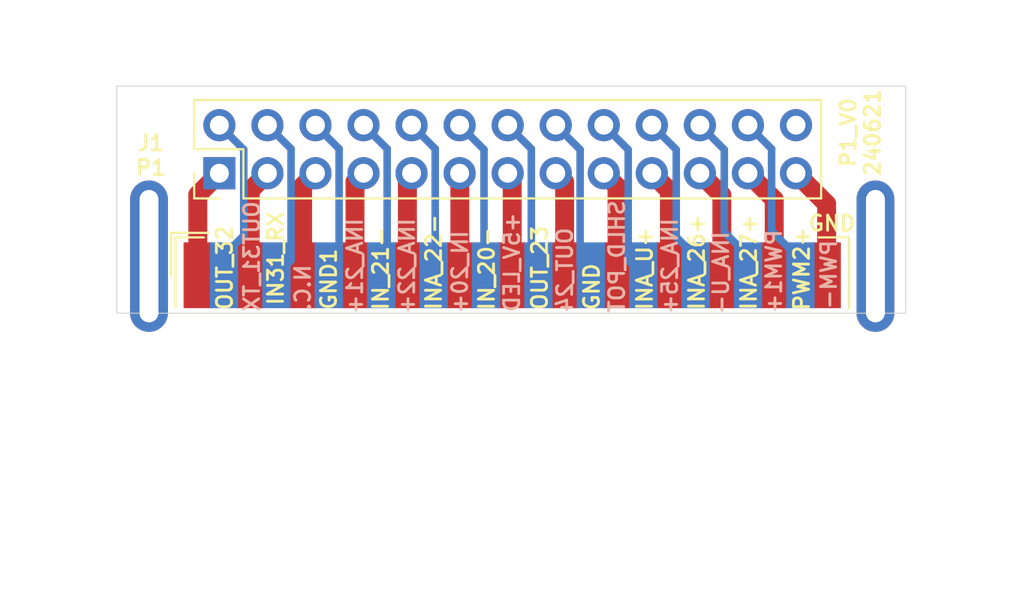
<source format=kicad_pcb>
(kicad_pcb (version 20221018) (generator pcbnew)
  (layers (0 "F.Cu" signal) (31 "B.Cu" signal) (34 "B.Paste" user) (35 "F.Paste" user) (36 "B.SilkS" user "B.Silkscreen") (37 "F.SilkS" user "F.Silkscreen") (38 "B.Mask" user) (39 "F.Mask" user) (44 "Edge.Cuts" user))
  (net 0 "")
  (net 1 "/OUT_32")
  (net 2 "/TX(OUT_31)")
  (net 3 "/(IN_31)_RX")
  (net 4 "/N.C.")
  (net 5 "/GND1(RX{slash}TX&OUT_32)")
  (net 6 "/IN_21+")
  (net 7 "/IN_21-")
  (net 8 "/INA_22+")
  (net 9 "/INA_22-")
  (net 10 "/IN_20+")
  (net 11 "/IN_20-")
  (net 12 "/+5V_LED")
  (net 13 "/OUT_23")
  (net 14 "/OUT_24")
  (net 15 "/GND(OUT_23&24)")
  (net 16 "/SHIELD_POT")
  (net 17 "/INA_U+")
  (net 18 "/(AUX)INA_25+")
  (net 19 "/INA_26+")
  (net 20 "/INA_U-")
  (net 21 "/INA_27+")
  (net 22 "/PWM1+")
  (net 23 "/(AUX)PWM2+")
  (net 24 "/PWM-")
  (net 25 "/GND1")
  (footprint "Connector_PinHeader_2.54mm:PinHeader_2x13_P2.54mm_Vertical" (layer "F.Cu") (at 109.42 82.9 90)
    (fp_text reference "J1" (at 1.6 -3.62 180) (layer "F.SilkS") (effects (font (size 0.8 0.8))))
    (fp_text value "Conn_2Rows-25Pins")
    (fp_line (start -1.33 -1.33) (end 0 -1.33) (stroke (width 0.12)) (layer "F.SilkS"))
    (fp_line (start -1.33 0) (end -1.33 -1.33) (stroke (width 0.12)) (layer "F.SilkS"))
    (fp_line (start -1.33 1.27) (end -1.33 31.81) (stroke (width 0.12)) (layer "F.SilkS"))
    (fp_line (start -1.33 1.27) (end 1.27 1.27) (stroke (width 0.12)) (layer "F.SilkS"))
    (fp_line (start -1.33 31.81) (end 3.87 31.81) (stroke (width 0.12)) (layer "F.SilkS"))
    (fp_line (start 1.27 -1.33) (end 3.87 -1.33) (stroke (width 0.12)) (layer "F.SilkS"))
    (fp_line (start 1.27 1.27) (end 1.27 -1.33) (stroke (width 0.12)) (layer "F.SilkS"))
    (fp_line (start 3.87 -1.33) (end 3.87 31.81) (stroke (width 0.12)) (layer "F.SilkS"))
    (pad "1" thru_hole rect (at 0 0 90) (size 1.7 1.7) (drill 1) (layers "*.Cu" "*.Mask") (net 1 "/OUT_32"))
    (pad "2" thru_hole oval (at 2.54 0 90) (size 1.7 1.7) (drill 1) (layers "*.Cu" "*.Mask") (net 2 "/TX(OUT_31)"))
    (pad "3" thru_hole oval (at 0 2.54 90) (size 1.7 1.7) (drill 1) (layers "*.Cu" "*.Mask") (net 3 "/(IN_31)_RX"))
    (pad "4" thru_hole oval (at 2.54 2.54 90) (size 1.7 1.7) (drill 1) (layers "*.Cu" "*.Mask") (net 4 "/N.C."))
    (pad "5" thru_hole oval (at 0 5.08 90) (size 1.7 1.7) (drill 1) (layers "*.Cu" "*.Mask") (net 5 "/GND1(RX{slash}TX&OUT_32)"))
    (pad "6" thru_hole oval (at 2.54 5.08 90) (size 1.7 1.7) (drill 1) (layers "*.Cu" "*.Mask") (net 6 "/IN_21+"))
    (pad "7" thru_hole oval (at 0 7.62 90) (size 1.7 1.7) (drill 1) (layers "*.Cu" "*.Mask") (net 7 "/IN_21-"))
    (pad "8" thru_hole oval (at 2.54 7.62 90) (size 1.7 1.7) (drill 1) (layers "*.Cu" "*.Mask") (net 8 "/INA_22+"))
    (pad "9" thru_hole oval (at 0 10.16 90) (size 1.7 1.7) (drill 1) (layers "*.Cu" "*.Mask") (net 9 "/INA_22-"))
    (pad "10" thru_hole oval (at 2.54 10.16 90) (size 1.7 1.7) (drill 1) (layers "*.Cu" "*.Mask") (net 10 "/IN_20+"))
    (pad "11" thru_hole oval (at 0 12.7 90) (size 1.7 1.7) (drill 1) (layers "*.Cu" "*.Mask") (net 11 "/IN_20-"))
    (pad "12" thru_hole oval (at 2.54 12.7 90) (size 1.7 1.7) (drill 1) (layers "*.Cu" "*.Mask") (net 12 "/+5V_LED"))
    (pad "13" thru_hole oval (at 0 15.24 90) (size 1.7 1.7) (drill 1) (layers "*.Cu" "*.Mask") (net 13 "/OUT_23"))
    (pad "14" thru_hole oval (at 2.54 15.24 90) (size 1.7 1.7) (drill 1) (layers "*.Cu" "*.Mask") (net 14 "/OUT_24"))
    (pad "15" thru_hole oval (at 0 17.78 90) (size 1.7 1.7) (drill 1) (layers "*.Cu" "*.Mask") (net 15 "/GND(OUT_23&24)"))
    (pad "16" thru_hole oval (at 2.54 17.78 90) (size 1.7 1.7) (drill 1) (layers "*.Cu" "*.Mask") (net 16 "/SHIELD_POT"))
    (pad "17" thru_hole oval (at 0 20.32 90) (size 1.7 1.7) (drill 1) (layers "*.Cu" "*.Mask") (net 17 "/INA_U+"))
    (pad "18" thru_hole oval (at 2.54 20.32 90) (size 1.7 1.7) (drill 1) (layers "*.Cu" "*.Mask") (net 18 "/(AUX)INA_25+"))
    (pad "19" thru_hole oval (at 0 22.86 90) (size 1.7 1.7) (drill 1) (layers "*.Cu" "*.Mask") (net 19 "/INA_26+"))
    (pad "20" thru_hole oval (at 2.54 22.86 90) (size 1.7 1.7) (drill 1) (layers "*.Cu" "*.Mask") (net 20 "/INA_U-"))
    (pad "21" thru_hole oval (at 0 25.4 90) (size 1.7 1.7) (drill 1) (layers "*.Cu" "*.Mask") (net 21 "/INA_27+"))
    (pad "22" thru_hole oval (at 2.54 25.4 90) (size 1.7 1.7) (drill 1) (layers "*.Cu" "*.Mask") (net 22 "/PWM1+"))
    (pad "23" thru_hole oval (at 0 27.94 90) (size 1.7 1.7) (drill 1) (layers "*.Cu" "*.Mask") (net 23 "/(AUX)PWM2+"))
    (pad "24" thru_hole oval (at 2.54 27.94 90) (size 1.7 1.7) (drill 1) (layers "*.Cu" "*.Mask") (net 24 "/PWM-"))
    (pad "25" thru_hole oval (at 0 30.48 90) (size 1.7 1.7) (drill 1) (layers "*.Cu" "*.Mask") (net 25 "/GND1"))
    (pad "26" thru_hole oval (at 2.54 30.48 90) (size 1.7 1.7) (drill 1) (layers "*.Cu" "*.Mask"))
  )
  (footprint "Connector_Dsub:DSUB-25_Male_EdgeMount_P2.77mm_1" (layer "F.Cu") (at 124.9 88.2925)
    (fp_text reference "P1" (at -19.1 -5.6925) (layer "F.SilkS") (effects (font (size 0.8 0.8))))
    (fp_text value "DB25_Male")
    (fp_line (start -18.043333 -2.24) (end -16 -2.24) (stroke (width 0.12)) (layer "F.SilkS"))
    (fp_line (start -18.043333 0) (end -18.043333 -2.24) (stroke (width 0.12)) (layer "F.SilkS"))
    (fp_line (start -17.803333 -2) (end -17.803333 1.74) (stroke (width 0.12)) (layer "F.SilkS"))
    (fp_line (start -16.3 -2) (end -17.803333 -2) (stroke (width 0.12)) (layer "F.SilkS"))
    (fp_line (start 17.803333 -2) (end 16.2 -2) (stroke (width 0.12)) (layer "F.SilkS"))
    (fp_line (start 17.803333 1.74) (end 17.803333 -2) (stroke (width 0.12)) (layer "F.SilkS"))
    (pad "0" thru_hole oval (at -19.2 -1.01) (size 2 8) (drill oval 1 7) (layers "*.Cu" "*.Mask"))
    (pad "0" thru_hole oval (at 19.2 -1.01) (size 2 8) (drill oval 1 7) (layers "*.Cu" "*.Mask"))
    (pad "1" smd rect (at -16.62 0) (size 1.5 3.48) (layers "F.Cu" "F.Paste" "F.Mask") (net 1 "/OUT_32"))
    (pad "2" smd rect (at -13.85 0) (size 1.5 3.48) (layers "F.Cu" "F.Paste" "F.Mask") (net 3 "/(IN_31)_RX"))
    (pad "3" smd rect (at -11.08 0) (size 1.5 3.48) (layers "F.Cu" "F.Paste" "F.Mask") (net 5 "/GND1(RX{slash}TX&OUT_32)"))
    (pad "4" smd rect (at -8.31 0) (size 1.5 3.48) (layers "F.Cu" "F.Paste" "F.Mask") (net 7 "/IN_21-"))
    (pad "5" smd rect (at -5.54 0) (size 1.5 3.48) (layers "F.Cu" "F.Paste" "F.Mask") (net 9 "/INA_22-"))
    (pad "6" smd rect (at -2.77 0) (size 1.5 3.48) (layers "F.Cu" "F.Paste" "F.Mask") (net 11 "/IN_20-"))
    (pad "7" smd rect (at 0 0) (size 1.5 3.48) (layers "F.Cu" "F.Paste" "F.Mask") (net 13 "/OUT_23"))
    (pad "8" smd rect (at 2.77 0) (size 1.5 3.48) (layers "F.Cu" "F.Paste" "F.Mask") (net 15 "/GND(OUT_23&24)"))
    (pad "9" smd rect (at 5.54 0) (size 1.5 3.48) (layers "F.Cu" "F.Paste" "F.Mask") (net 17 "/INA_U+"))
    (pad "10" smd rect (at 8.31 0) (size 1.5 3.48) (layers "F.Cu" "F.Paste" "F.Mask") (net 19 "/INA_26+"))
    (pad "11" smd rect (at 11.08 0) (size 1.5 3.48) (layers "F.Cu" "F.Paste" "F.Mask") (net 21 "/INA_27+"))
    (pad "12" smd rect (at 13.85 0) (size 1.5 3.48) (layers "F.Cu" "F.Paste" "F.Mask") (net 23 "/(AUX)PWM2+"))
    (pad "13" smd rect (at 16.62 0) (size 1.5 3.48) (layers "F.Cu" "F.Paste" "F.Mask") (net 25 "/GND1"))
    (pad "14" smd rect (at -15.235 0) (size 1.5 3.48) (layers "B.Cu" "B.Paste" "B.Mask") (net 2 "/TX(OUT_31)"))
    (pad "15" smd rect (at -12.465 0) (size 1.5 3.48) (layers "B.Cu" "B.Paste" "B.Mask") (net 4 "/N.C."))
    (pad "16" smd rect (at -9.695 0) (size 1.5 3.48) (layers "B.Cu" "B.Paste" "B.Mask") (net 6 "/IN_21+"))
    (pad "17" smd rect (at -6.925 0) (size 1.5 3.48) (layers "B.Cu" "B.Paste" "B.Mask") (net 8 "/INA_22+"))
    (pad "18" smd rect (at -4.155 0) (size 1.5 3.48) (layers "B.Cu" "B.Paste" "B.Mask") (net 10 "/IN_20+"))
    (pad "19" smd rect (at -1.385 0) (size 1.5 3.48) (layers "B.Cu" "B.Paste" "B.Mask") (net 12 "/+5V_LED"))
    (pad "20" smd rect (at 1.385 0) (size 1.5 3.48) (layers "B.Cu" "B.Paste" "B.Mask") (net 14 "/OUT_24"))
    (pad "21" smd rect (at 4.155 0) (size 1.5 3.48) (layers "B.Cu" "B.Paste" "B.Mask") (net 16 "/SHIELD_POT"))
    (pad "22" smd rect (at 6.925 0) (size 1.5 3.48) (layers "B.Cu" "B.Paste" "B.Mask") (net 18 "/(AUX)INA_25+"))
    (pad "23" smd rect (at 9.695 0) (size 1.5 3.48) (layers "B.Cu" "B.Paste" "B.Mask") (net 20 "/INA_U-"))
    (pad "24" smd rect (at 12.465 0) (size 1.5 3.48) (layers "B.Cu" "B.Paste" "B.Mask") (net 22 "/PWM1+"))
    (pad "25" smd rect (at 15.235 0) (size 1.5 3.48) (layers "B.Cu" "B.Paste" "B.Mask") (net 24 "/PWM-"))
  )
  (gr_rect (start 104 78.3) (end 145.7 90.3) (stroke (width 0.05)) (fill none) (layer "Edge.Cuts"))
  (gr_text "IN_20+" (at 122.6 85.85 90) (layer "B.SilkS") (effects (font (size 0.8 0.8) (thickness 0.15) bold) (justify left bottom mirror)))
  (gr_text "INA_21+" (at 117.05 85.2 90) (layer "B.SilkS") (effects (font (size 0.8 0.8) (thickness 0.15) bold) (justify left bottom mirror)))
  (gr_text "N.C." (at 114.3 87.65 90) (layer "B.SilkS") (effects (font (size 0.8 0.8) (thickness 0.15) bold) (justify left bottom mirror)))
  (gr_text "INA_25+" (at 133.7 85.2 90) (layer "B.SilkS") (effects (font (size 0.8 0.8) (thickness 0.15) bold) (justify left bottom mirror)))
  (gr_text "OUT_24" (at 128.15 85.7 90) (layer "B.SilkS") (effects (font (size 0.8 0.8) (thickness 0.15) bold) (justify left bottom mirror)))
  (gr_text "SHLD_POT" (at 130.9 84.25 90) (layer "B.SilkS") (effects (font (size 0.8 0.8) (thickness 0.15) bold) (justify left bottom mirror)))
  (gr_text "OUT31_TX" (at 111.6 84.3 90) (layer "B.SilkS") (effects (font (size 0.8 0.8) (thickness 0.15) bold) (justify left bottom mirror)))
  (gr_text "INA_22+" (at 119.8 85.2 90) (layer "B.SilkS") (effects (font (size 0.8 0.8) (thickness 0.15) bold) (justify left bottom mirror)))
  (gr_text "INA_U-" (at 136.4 85.9 90) (layer "B.SilkS") (effects (font (size 0.8 0.8) (thickness 0.15) bold) (justify left bottom mirror)))
  (gr_text "+5V_LED" (at 125.35 84.9 90) (layer "B.SilkS") (effects (font (size 0.8 0.8) (thickness 0.15) bold) (justify left bottom mirror)))
  (gr_text "PWM1+" (at 139.2 85.8 90) (layer "B.SilkS") (effects (font (size 0.8 0.8) (thickness 0.15) bold) (justify left bottom mirror)))
  (gr_text "PWM-" (at 142.1 86.35 90) (layer "B.SilkS") (effects (font (size 0.8 0.8) (thickness 0.15) bold) (justify left bottom mirror)))
  (gr_text "PWM2+" (at 140.2 87.95 90) (layer "F.SilkS") (effects (font (size 0.8 0.8))))
  (gr_text "INA_26+" (at 134.65 87.6 90) (layer "F.SilkS") (effects (font (size 0.8 0.8))))
  (gr_text "OUT_23" (at 126.35 87.9 90) (layer "F.SilkS") (effects (font (size 0.8 0.8))))
  (gr_text "P1_V0\n240621" (at 143.3 80.75 90) (layer "F.SilkS") (effects (font (size 0.8 0.8))))
  (gr_text "GND" (at 129.1 88.9 90) (layer "F.SilkS") (effects (font (size 0.8 0.8))))
  (gr_text "INA_22-" (at 120.75 87.6 90) (layer "F.SilkS") (effects (font (size 0.8 0.8))))
  (gr_text "INA_27+" (at 137.4 87.6 90) (layer "F.SilkS") (effects (font (size 0.8 0.8))))
  (gr_text "INA_U+" (at 131.9 87.95 90) (layer "F.SilkS") (effects (font (size 0.8 0.8))))
  (gr_text "GND1" (at 115.2 88.5 90) (layer "F.SilkS") (effects (font (size 0.8 0.8))))
  (gr_text "OUT_32" (at 109.7 87.9 90) (layer "F.SilkS") (effects (font (size 0.8 0.8))))
  (gr_text "GND" (at 141.8 85.55) (layer "F.SilkS") (effects (font (size 0.8 0.8))))
  (gr_text "IN_20-" (at 123.55 87.95 90) (layer "F.SilkS") (effects (font (size 0.8 0.8))))
  (gr_text "IN31_RX" (at 112.4 87.4 90) (layer "F.SilkS") (effects (font (size 0.8 0.8))))
  (gr_text "IN_21-" (at 117.95 87.95 90) (layer "F.SilkS") (effects (font (size 0.8 0.8))))
  (segment (start 108.28 88.2925) (end 108.28 84.04) (width 1) (layer "F.Cu") (net 1))
  (segment (start 108.28 84.04) (end 109.42 82.9) (width 1) (layer "F.Cu") (net 1))
  (segment (start 110.71 86.19) (end 110.71 81.65) (width 0.4) (layer "B.Cu") (net 2))
  (segment (start 109.665 87.235) (end 110.71 86.19) (width 0.4) (layer "B.Cu") (net 2))
  (segment (start 109.665 88.2925) (end 109.665 87.235) (width 0.4) (layer "B.Cu") (net 2))
  (segment (start 110.71 81.65) (end 109.42 80.36) (width 0.4) (layer "B.Cu") (net 2))
  (segment (start 111.05 83.81) (end 111.96 82.9) (width 1) (layer "F.Cu") (net 3))
  (segment (start 111.05 88.2925) (end 111.05 83.81) (width 1) (layer "F.Cu") (net 3))
  (segment (start 113.21 87.5175) (end 113.21 81.61) (width 0.4) (layer "B.Cu") (net 4))
  (segment (start 112.435 88.2925) (end 113.21 87.5175) (width 0.4) (layer "B.Cu") (net 4))
  (segment (start 113.21 81.61) (end 111.96 80.36) (width 0.4) (layer "B.Cu") (net 4))
  (segment (start 113.82 83.58) (end 114.5 82.9) (width 1) (layer "F.Cu") (net 5))
  (segment (start 113.82 88.2925) (end 113.82 83.58) (width 1) (layer "F.Cu") (net 5))
  (segment (start 115.205 88.2925) (end 115.75 87.7475) (width 0.4) (layer "B.Cu") (net 6))
  (segment (start 115.75 81.61) (end 114.5 80.36) (width 0.4) (layer "B.Cu") (net 6))
  (segment (start 115.75 87.7475) (end 115.75 81.61) (width 0.4) (layer "B.Cu") (net 6))
  (segment (start 116.59 88.2925) (end 116.59 83.35) (width 1) (layer "F.Cu") (net 7))
  (segment (start 116.59 83.35) (end 117.04 82.9) (width 1) (layer "F.Cu") (net 7))
  (segment (start 118.29 81.61) (end 117.04 80.36) (width 0.4) (layer "B.Cu") (net 8))
  (segment (start 117.975 88.2925) (end 118.29 87.9775) (width 0.4) (layer "B.Cu") (net 8))
  (segment (start 118.29 87.9775) (end 118.29 81.61) (width 0.4) (layer "B.Cu") (net 8))
  (segment (start 119.36 88.2925) (end 119.36 83.12) (width 1) (layer "F.Cu") (net 9))
  (segment (start 119.36 83.12) (end 119.58 82.9) (width 1) (layer "F.Cu") (net 9))
  (segment (start 120.83 81.61) (end 119.58 80.36) (width 0.4) (layer "B.Cu") (net 10))
  (segment (start 120.745 88.2925) (end 120.83 88.2075) (width 0.4) (layer "B.Cu") (net 10))
  (segment (start 120.83 88.2075) (end 120.83 81.61) (width 0.4) (layer "B.Cu") (net 10))
  (segment (start 122.13 82.91) (end 122.12 82.9) (width 1) (layer "F.Cu") (net 11))
  (segment (start 122.13 88.2925) (end 122.13 82.91) (width 1) (layer "F.Cu") (net 11))
  (segment (start 123.41 88.1875) (end 123.41 81.65) (width 0.4) (layer "B.Cu") (net 12))
  (segment (start 123.515 88.2925) (end 123.41 88.1875) (width 0.4) (layer "B.Cu") (net 12))
  (segment (start 123.41 81.65) (end 122.12 80.36) (width 0.4) (layer "B.Cu") (net 12))
  (segment (start 124.9 88.2925) (end 124.9 83.14) (width 1) (layer "F.Cu") (net 13))
  (segment (start 124.9 83.14) (end 124.66 82.9) (width 1) (layer "F.Cu") (net 13))
  (segment (start 125.91 81.61) (end 124.66 80.36) (width 0.4) (layer "B.Cu") (net 14))
  (segment (start 126.285 88.2925) (end 125.91 87.9175) (width 0.4) (layer "B.Cu") (net 14))
  (segment (start 125.91 87.9175) (end 125.91 81.61) (width 0.4) (layer "B.Cu") (net 14))
  (segment (start 127.67 83.37) (end 127.2 82.9) (width 1) (layer "F.Cu") (net 15))
  (segment (start 127.67 88.2925) (end 127.67 83.37) (width 1) (layer "F.Cu") (net 15))
  (segment (start 129.055 88.2925) (end 128.49 87.7275) (width 0.4) (layer "B.Cu") (net 16))
  (segment (start 128.49 81.65) (end 127.2 80.36) (width 0.4) (layer "B.Cu") (net 16))
  (segment (start 128.49 87.7275) (end 128.49 81.65) (width 0.4) (layer "B.Cu") (net 16))
  (segment (start 130.44 83.6) (end 129.74 82.9) (width 1) (layer "F.Cu") (net 17))
  (segment (start 130.44 88.2925) (end 130.44 83.6) (width 1) (layer "F.Cu") (net 17))
  (segment (start 131.03 87.4975) (end 131.03 81.65) (width 0.4) (layer "B.Cu") (net 18))
  (segment (start 131.03 81.65) (end 129.74 80.36) (width 0.4) (layer "B.Cu") (net 18))
  (segment (start 131.825 88.2925) (end 131.03 87.4975) (width 0.4) (layer "B.Cu") (net 18))
  (segment (start 133.21 88.2925) (end 133.21 83.83) (width 1) (layer "F.Cu") (net 19))
  (segment (start 133.21 83.83) (end 132.28 82.9) (width 1) (layer "F.Cu") (net 19))
  (segment (start 134.595 88.2925) (end 134.595 87.295) (width 0.4) (layer "B.Cu") (net 20))
  (segment (start 133.57 86.27) (end 133.57 81.65) (width 0.4) (layer "B.Cu") (net 20))
  (segment (start 134.595 87.295) (end 133.57 86.27) (width 0.4) (layer "B.Cu") (net 20))
  (segment (start 133.57 81.65) (end 132.28 80.36) (width 0.4) (layer "B.Cu") (net 20))
  (segment (start 135.98 88.2925) (end 135.98 84.06) (width 1) (layer "F.Cu") (net 21))
  (segment (start 135.98 84.06) (end 134.82 82.9) (width 1) (layer "F.Cu") (net 21))
  (segment (start 137.365 87.265) (end 136.11 86.01) (width 0.4) (layer "B.Cu") (net 22))
  (segment (start 137.365 88.2925) (end 137.365 87.265) (width 0.4) (layer "B.Cu") (net 22))
  (segment (start 136.11 81.65) (end 134.82 80.36) (width 0.4) (layer "B.Cu") (net 22))
  (segment (start 136.11 86.01) (end 136.11 81.65) (width 0.4) (layer "B.Cu") (net 22))
  (segment (start 138.75 84.29) (end 137.36 82.9) (width 1) (layer "F.Cu") (net 23))
  (segment (start 138.75 88.2925) (end 138.75 84.29) (width 1) (layer "F.Cu") (net 23))
  (segment (start 138.61 85.950833) (end 138.61 81.61) (width 0.4) (layer "B.Cu") (net 24))
  (segment (start 138.61 81.61) (end 137.36 80.36) (width 0.4) (layer "B.Cu") (net 24))
  (segment (start 140.135 88.2925) (end 140.135 87.475833) (width 0.4) (layer "B.Cu") (net 24))
  (segment (start 140.135 87.475833) (end 138.61 85.950833) (width 0.4) (layer "B.Cu") (net 24))
  (segment (start 141.52 84.52) (end 139.9 82.9) (width 1) (layer "F.Cu") (net 25))
  (segment (start 141.52 88.2925) (end 141.52 84.52) (width 1) (layer "F.Cu") (net 25))
)
</source>
